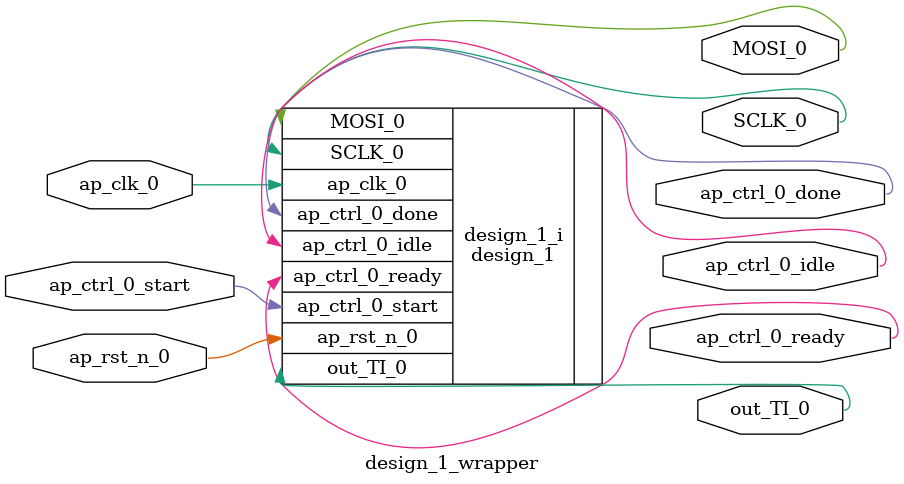
<source format=v>
`timescale 1 ps / 1 ps

module design_1_wrapper
   (MOSI_0,
    SCLK_0,
    ap_clk_0,
    ap_ctrl_0_done,
    ap_ctrl_0_idle,
    ap_ctrl_0_ready,
    ap_ctrl_0_start,
    ap_rst_n_0,
    out_TI_0);
  output MOSI_0;
  output SCLK_0;
  input ap_clk_0;
  output ap_ctrl_0_done;
  output ap_ctrl_0_idle;
  output ap_ctrl_0_ready;
  input ap_ctrl_0_start;
  input ap_rst_n_0;
  output [0:0]out_TI_0;

  wire MOSI_0;
  wire SCLK_0;
  wire ap_clk_0;
  wire ap_ctrl_0_done;
  wire ap_ctrl_0_idle;
  wire ap_ctrl_0_ready;
  wire ap_ctrl_0_start;
  wire ap_rst_n_0;
  wire [0:0]out_TI_0;

  design_1 design_1_i
       (.MOSI_0(MOSI_0),
        .SCLK_0(SCLK_0),
        .ap_clk_0(ap_clk_0),
        .ap_ctrl_0_done(ap_ctrl_0_done),
        .ap_ctrl_0_idle(ap_ctrl_0_idle),
        .ap_ctrl_0_ready(ap_ctrl_0_ready),
        .ap_ctrl_0_start(ap_ctrl_0_start),
        .ap_rst_n_0(ap_rst_n_0),
        .out_TI_0(out_TI_0));
endmodule

</source>
